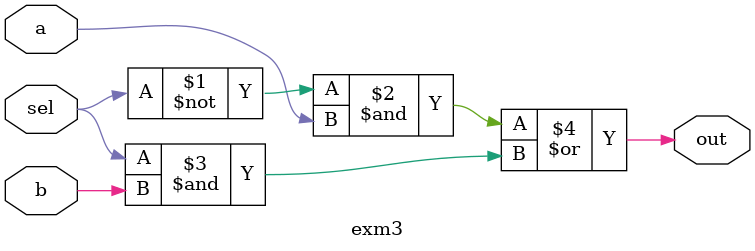
<source format=v>
module exm3(input sel,
    input a,b,
    output out);
    assign out = (~sel&a)|(sel&b);
endmodule
</source>
